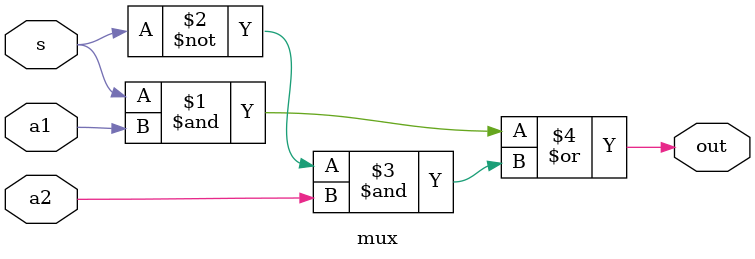
<source format=v>
module mux(
    input a1,
    input a2,
    input s,
    output  out
    );
    assign out=(s&a1)|(~s&a2);
endmodule
</source>
